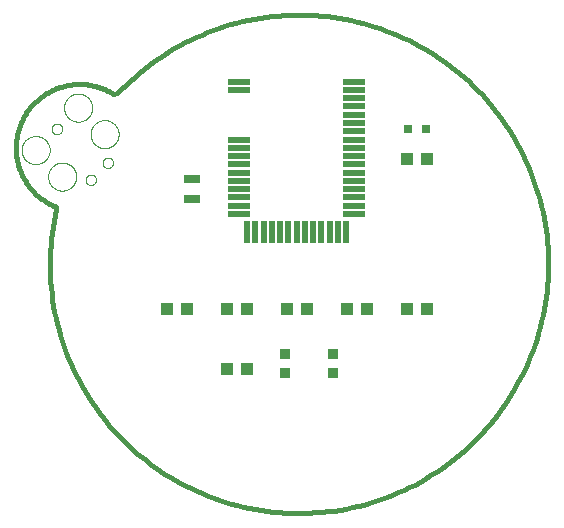
<source format=gtp>
G75*
%MOIN*%
%OFA0B0*%
%FSLAX25Y25*%
%IPPOS*%
%LPD*%
%AMOC8*
5,1,8,0,0,1.08239X$1,22.5*
%
%ADD10C,0.01600*%
%ADD11R,0.05512X0.02756*%
%ADD12R,0.04331X0.03937*%
%ADD13C,0.00000*%
%ADD14R,0.03150X0.03150*%
%ADD15R,0.03937X0.04331*%
%ADD16R,0.07283X0.01969*%
%ADD17R,0.01969X0.07283*%
%ADD18R,0.03543X0.03740*%
D10*
X0019468Y0104650D02*
X0019041Y0102662D01*
X0018664Y0100665D01*
X0018336Y0098658D01*
X0018056Y0096644D01*
X0017827Y0094624D01*
X0017646Y0092599D01*
X0017516Y0090570D01*
X0017435Y0088539D01*
X0017403Y0086506D01*
X0017422Y0084473D01*
X0017490Y0082441D01*
X0017608Y0080411D01*
X0017776Y0078385D01*
X0017993Y0076364D01*
X0018260Y0074348D01*
X0018576Y0072340D01*
X0018941Y0070339D01*
X0019355Y0068349D01*
X0019817Y0066369D01*
X0020328Y0064401D01*
X0020887Y0062446D01*
X0021493Y0060506D01*
X0022147Y0058581D01*
X0022848Y0056672D01*
X0023595Y0054781D01*
X0024389Y0052910D01*
X0025228Y0051058D01*
X0026112Y0049227D01*
X0027040Y0047418D01*
X0028013Y0045633D01*
X0029029Y0043872D01*
X0030088Y0042136D01*
X0031188Y0040427D01*
X0032331Y0038745D01*
X0033514Y0037092D01*
X0034738Y0035468D01*
X0036000Y0033875D01*
X0037302Y0032313D01*
X0038641Y0030783D01*
X0040017Y0029286D01*
X0041430Y0027824D01*
X0042878Y0026397D01*
X0044360Y0025005D01*
X0045876Y0023651D01*
X0047425Y0022334D01*
X0049006Y0021055D01*
X0050617Y0019815D01*
X0052258Y0018615D01*
X0053928Y0017456D01*
X0055626Y0016337D01*
X0057351Y0015261D01*
X0059102Y0014227D01*
X0060877Y0013237D01*
X0062676Y0012290D01*
X0064498Y0011388D01*
X0066342Y0010530D01*
X0068205Y0009718D01*
X0070089Y0008951D01*
X0071990Y0008231D01*
X0073908Y0007558D01*
X0075843Y0006932D01*
X0077792Y0006353D01*
X0079754Y0005823D01*
X0081729Y0005340D01*
X0083716Y0004906D01*
X0085712Y0004521D01*
X0087717Y0004185D01*
X0089730Y0003898D01*
X0091749Y0003660D01*
X0093773Y0003472D01*
X0095802Y0003333D01*
X0097833Y0003244D01*
X0099866Y0003205D01*
X0101899Y0003216D01*
X0103931Y0003276D01*
X0105961Y0003386D01*
X0107988Y0003546D01*
X0110010Y0003755D01*
X0112027Y0004014D01*
X0114036Y0004322D01*
X0116038Y0004679D01*
X0118030Y0005086D01*
X0120011Y0005540D01*
X0121981Y0006043D01*
X0123938Y0006595D01*
X0125881Y0007193D01*
X0127809Y0007840D01*
X0129720Y0008533D01*
X0131614Y0009273D01*
X0133489Y0010059D01*
X0135344Y0010891D01*
X0137178Y0011767D01*
X0138991Y0012689D01*
X0140780Y0013655D01*
X0142545Y0014664D01*
X0144285Y0015716D01*
X0145998Y0016810D01*
X0147684Y0017946D01*
X0149342Y0019123D01*
X0150971Y0020340D01*
X0152569Y0021596D01*
X0154136Y0022891D01*
X0155671Y0024225D01*
X0157173Y0025595D01*
X0158641Y0027002D01*
X0160074Y0028444D01*
X0161471Y0029921D01*
X0162831Y0031432D01*
X0164155Y0032976D01*
X0165440Y0034551D01*
X0166686Y0036158D01*
X0167892Y0037794D01*
X0169058Y0039460D01*
X0170183Y0041153D01*
X0171266Y0042874D01*
X0172306Y0044621D01*
X0173304Y0046392D01*
X0174258Y0048188D01*
X0175167Y0050006D01*
X0176032Y0051846D01*
X0176852Y0053707D01*
X0177625Y0055587D01*
X0178353Y0057485D01*
X0179034Y0059401D01*
X0179667Y0061333D01*
X0180254Y0063280D01*
X0180792Y0065240D01*
X0181282Y0067213D01*
X0181724Y0069198D01*
X0182117Y0071193D01*
X0182461Y0073196D01*
X0182756Y0075208D01*
X0183001Y0077226D01*
X0183198Y0079250D01*
X0183344Y0081278D01*
X0183441Y0083308D01*
X0183488Y0085341D01*
X0183485Y0087374D01*
X0183433Y0089406D01*
X0183331Y0091437D01*
X0183179Y0093464D01*
X0182977Y0095488D01*
X0182726Y0097505D01*
X0182426Y0099516D01*
X0182077Y0101519D01*
X0181679Y0103512D01*
X0181232Y0105496D01*
X0180736Y0107468D01*
X0180193Y0109427D01*
X0179601Y0111372D01*
X0178963Y0113302D01*
X0178277Y0115216D01*
X0177544Y0117113D01*
X0176766Y0118991D01*
X0175941Y0120849D01*
X0175072Y0122687D01*
X0174157Y0124503D01*
X0173199Y0126296D01*
X0172196Y0128065D01*
X0171151Y0129809D01*
X0170064Y0131526D01*
X0168934Y0133217D01*
X0167764Y0134879D01*
X0166553Y0136513D01*
X0165303Y0138116D01*
X0164014Y0139688D01*
X0162687Y0141228D01*
X0161322Y0142735D01*
X0159921Y0144209D01*
X0158484Y0145647D01*
X0157013Y0147050D01*
X0155507Y0148417D01*
X0153969Y0149746D01*
X0152399Y0151037D01*
X0150797Y0152289D01*
X0149165Y0153502D01*
X0147504Y0154675D01*
X0145815Y0155806D01*
X0144099Y0156896D01*
X0142356Y0157943D01*
X0140588Y0158948D01*
X0138797Y0159908D01*
X0136982Y0160825D01*
X0135145Y0161697D01*
X0133288Y0162524D01*
X0131411Y0163305D01*
X0129515Y0164040D01*
X0127602Y0164728D01*
X0125673Y0165369D01*
X0123728Y0165963D01*
X0121770Y0166509D01*
X0119799Y0167007D01*
X0117816Y0167457D01*
X0115823Y0167857D01*
X0113820Y0168209D01*
X0111810Y0168512D01*
X0109793Y0168766D01*
X0107770Y0168970D01*
X0105742Y0169124D01*
X0103712Y0169229D01*
X0101680Y0169284D01*
X0099647Y0169289D01*
X0097614Y0169245D01*
X0095583Y0169150D01*
X0093555Y0169006D01*
X0091531Y0168813D01*
X0089513Y0168570D01*
X0087501Y0168277D01*
X0085496Y0167936D01*
X0083501Y0167545D01*
X0081516Y0167106D01*
X0079542Y0166619D01*
X0077581Y0166083D01*
X0075634Y0165499D01*
X0073701Y0164868D01*
X0071784Y0164189D01*
X0069885Y0163464D01*
X0068004Y0162693D01*
X0066142Y0161876D01*
X0064301Y0161013D01*
X0062482Y0160106D01*
X0060685Y0159155D01*
X0058912Y0158159D01*
X0057164Y0157121D01*
X0055442Y0156040D01*
X0053747Y0154917D01*
X0052080Y0153754D01*
X0050442Y0152549D01*
X0048834Y0151305D01*
X0047257Y0150022D01*
X0045712Y0148701D01*
X0044199Y0147342D01*
X0042720Y0145947D01*
X0041276Y0144516D01*
X0039867Y0143050D01*
X0038868Y0142750D02*
X0038431Y0143027D01*
X0037987Y0143293D01*
X0037537Y0143548D01*
X0037081Y0143792D01*
X0036619Y0144025D01*
X0036152Y0144246D01*
X0035679Y0144456D01*
X0035202Y0144654D01*
X0034719Y0144841D01*
X0034233Y0145016D01*
X0033742Y0145179D01*
X0033247Y0145330D01*
X0032749Y0145469D01*
X0032247Y0145596D01*
X0031743Y0145710D01*
X0031236Y0145812D01*
X0030727Y0145902D01*
X0030215Y0145979D01*
X0029702Y0146044D01*
X0029188Y0146096D01*
X0028672Y0146136D01*
X0028156Y0146163D01*
X0027639Y0146177D01*
X0027121Y0146179D01*
X0026604Y0146169D01*
X0026088Y0146145D01*
X0025572Y0146109D01*
X0025057Y0146061D01*
X0024543Y0146000D01*
X0024031Y0145926D01*
X0023521Y0145840D01*
X0023014Y0145742D01*
X0022508Y0145631D01*
X0022006Y0145508D01*
X0021507Y0145373D01*
X0021011Y0145226D01*
X0020519Y0145066D01*
X0020031Y0144895D01*
X0019547Y0144712D01*
X0019068Y0144517D01*
X0018594Y0144311D01*
X0018125Y0144093D01*
X0017662Y0143863D01*
X0017204Y0143623D01*
X0016752Y0143371D01*
X0016306Y0143108D01*
X0015867Y0142835D01*
X0015435Y0142551D01*
X0015010Y0142256D01*
X0014592Y0141951D01*
X0014182Y0141637D01*
X0013779Y0141312D01*
X0013385Y0140977D01*
X0012999Y0140633D01*
X0012621Y0140280D01*
X0012252Y0139918D01*
X0011892Y0139546D01*
X0011541Y0139166D01*
X0011200Y0138778D01*
X0010868Y0138381D01*
X0010546Y0137977D01*
X0010233Y0137564D01*
X0009931Y0137144D01*
X0009640Y0136717D01*
X0009358Y0136283D01*
X0009088Y0135843D01*
X0008828Y0135395D01*
X0008579Y0134942D01*
X0008342Y0134483D01*
X0008115Y0134018D01*
X0007900Y0133547D01*
X0007697Y0133072D01*
X0007505Y0132591D01*
X0007325Y0132107D01*
X0007157Y0131617D01*
X0007001Y0131124D01*
X0006857Y0130628D01*
X0006725Y0130128D01*
X0006605Y0129625D01*
X0006498Y0129119D01*
X0006403Y0128610D01*
X0006320Y0128100D01*
X0006250Y0127587D01*
X0006192Y0127073D01*
X0006147Y0126558D01*
X0006114Y0126042D01*
X0006094Y0125525D01*
X0006087Y0125008D01*
X0006092Y0124491D01*
X0006110Y0123974D01*
X0006141Y0123458D01*
X0006184Y0122942D01*
X0006239Y0122428D01*
X0006307Y0121915D01*
X0006388Y0121405D01*
X0006481Y0120896D01*
X0006586Y0120389D01*
X0006704Y0119886D01*
X0006834Y0119385D01*
X0006976Y0118888D01*
X0007130Y0118394D01*
X0007296Y0117905D01*
X0007474Y0117419D01*
X0007664Y0116938D01*
X0007866Y0116462D01*
X0008079Y0115990D01*
X0008303Y0115524D01*
X0008539Y0115064D01*
X0008786Y0114610D01*
X0009044Y0114161D01*
X0009313Y0113719D01*
X0009592Y0113284D01*
X0009882Y0112856D01*
X0010183Y0112435D01*
X0010493Y0112021D01*
X0010814Y0111616D01*
X0011144Y0111218D01*
X0011484Y0110828D01*
X0011833Y0110446D01*
X0012192Y0110074D01*
X0012559Y0109710D01*
X0012935Y0109355D01*
X0013320Y0109009D01*
X0013713Y0108673D01*
X0014114Y0108347D01*
X0014523Y0108030D01*
X0014940Y0107724D01*
X0015364Y0107428D01*
X0015795Y0107142D01*
X0016233Y0106867D01*
X0016677Y0106602D01*
X0017128Y0106349D01*
X0017585Y0106106D01*
X0018048Y0105875D01*
X0018516Y0105655D01*
X0018989Y0105447D01*
X0019467Y0105250D01*
D11*
X0064768Y0107904D03*
X0064768Y0114596D03*
D12*
X0063114Y0071250D03*
X0056421Y0071250D03*
X0076421Y0071250D03*
X0083114Y0071250D03*
X0096421Y0071250D03*
X0103114Y0071250D03*
X0116421Y0071250D03*
X0123114Y0071250D03*
X0136421Y0071250D03*
X0143114Y0071250D03*
D13*
X0034988Y0119936D02*
X0034990Y0120019D01*
X0034996Y0120102D01*
X0035006Y0120185D01*
X0035020Y0120267D01*
X0035037Y0120349D01*
X0035059Y0120429D01*
X0035084Y0120508D01*
X0035113Y0120586D01*
X0035146Y0120663D01*
X0035183Y0120738D01*
X0035222Y0120811D01*
X0035266Y0120882D01*
X0035312Y0120951D01*
X0035362Y0121018D01*
X0035415Y0121082D01*
X0035471Y0121144D01*
X0035530Y0121203D01*
X0035592Y0121259D01*
X0035656Y0121312D01*
X0035723Y0121362D01*
X0035792Y0121408D01*
X0035863Y0121452D01*
X0035936Y0121491D01*
X0036011Y0121528D01*
X0036088Y0121561D01*
X0036166Y0121590D01*
X0036245Y0121615D01*
X0036325Y0121637D01*
X0036407Y0121654D01*
X0036489Y0121668D01*
X0036572Y0121678D01*
X0036655Y0121684D01*
X0036738Y0121686D01*
X0036821Y0121684D01*
X0036904Y0121678D01*
X0036987Y0121668D01*
X0037069Y0121654D01*
X0037151Y0121637D01*
X0037231Y0121615D01*
X0037310Y0121590D01*
X0037388Y0121561D01*
X0037465Y0121528D01*
X0037540Y0121491D01*
X0037613Y0121452D01*
X0037684Y0121408D01*
X0037753Y0121362D01*
X0037820Y0121312D01*
X0037884Y0121259D01*
X0037946Y0121203D01*
X0038005Y0121144D01*
X0038061Y0121082D01*
X0038114Y0121018D01*
X0038164Y0120951D01*
X0038210Y0120882D01*
X0038254Y0120811D01*
X0038293Y0120738D01*
X0038330Y0120663D01*
X0038363Y0120586D01*
X0038392Y0120508D01*
X0038417Y0120429D01*
X0038439Y0120349D01*
X0038456Y0120267D01*
X0038470Y0120185D01*
X0038480Y0120102D01*
X0038486Y0120019D01*
X0038488Y0119936D01*
X0038486Y0119853D01*
X0038480Y0119770D01*
X0038470Y0119687D01*
X0038456Y0119605D01*
X0038439Y0119523D01*
X0038417Y0119443D01*
X0038392Y0119364D01*
X0038363Y0119286D01*
X0038330Y0119209D01*
X0038293Y0119134D01*
X0038254Y0119061D01*
X0038210Y0118990D01*
X0038164Y0118921D01*
X0038114Y0118854D01*
X0038061Y0118790D01*
X0038005Y0118728D01*
X0037946Y0118669D01*
X0037884Y0118613D01*
X0037820Y0118560D01*
X0037753Y0118510D01*
X0037684Y0118464D01*
X0037613Y0118420D01*
X0037540Y0118381D01*
X0037465Y0118344D01*
X0037388Y0118311D01*
X0037310Y0118282D01*
X0037231Y0118257D01*
X0037151Y0118235D01*
X0037069Y0118218D01*
X0036987Y0118204D01*
X0036904Y0118194D01*
X0036821Y0118188D01*
X0036738Y0118186D01*
X0036655Y0118188D01*
X0036572Y0118194D01*
X0036489Y0118204D01*
X0036407Y0118218D01*
X0036325Y0118235D01*
X0036245Y0118257D01*
X0036166Y0118282D01*
X0036088Y0118311D01*
X0036011Y0118344D01*
X0035936Y0118381D01*
X0035863Y0118420D01*
X0035792Y0118464D01*
X0035723Y0118510D01*
X0035656Y0118560D01*
X0035592Y0118613D01*
X0035530Y0118669D01*
X0035471Y0118728D01*
X0035415Y0118790D01*
X0035362Y0118854D01*
X0035312Y0118921D01*
X0035266Y0118990D01*
X0035222Y0119061D01*
X0035183Y0119134D01*
X0035146Y0119209D01*
X0035113Y0119286D01*
X0035084Y0119364D01*
X0035059Y0119443D01*
X0035037Y0119523D01*
X0035020Y0119605D01*
X0035006Y0119687D01*
X0034996Y0119770D01*
X0034990Y0119853D01*
X0034988Y0119936D01*
X0029331Y0114279D02*
X0029333Y0114362D01*
X0029339Y0114445D01*
X0029349Y0114528D01*
X0029363Y0114610D01*
X0029380Y0114692D01*
X0029402Y0114772D01*
X0029427Y0114851D01*
X0029456Y0114929D01*
X0029489Y0115006D01*
X0029526Y0115081D01*
X0029565Y0115154D01*
X0029609Y0115225D01*
X0029655Y0115294D01*
X0029705Y0115361D01*
X0029758Y0115425D01*
X0029814Y0115487D01*
X0029873Y0115546D01*
X0029935Y0115602D01*
X0029999Y0115655D01*
X0030066Y0115705D01*
X0030135Y0115751D01*
X0030206Y0115795D01*
X0030279Y0115834D01*
X0030354Y0115871D01*
X0030431Y0115904D01*
X0030509Y0115933D01*
X0030588Y0115958D01*
X0030668Y0115980D01*
X0030750Y0115997D01*
X0030832Y0116011D01*
X0030915Y0116021D01*
X0030998Y0116027D01*
X0031081Y0116029D01*
X0031164Y0116027D01*
X0031247Y0116021D01*
X0031330Y0116011D01*
X0031412Y0115997D01*
X0031494Y0115980D01*
X0031574Y0115958D01*
X0031653Y0115933D01*
X0031731Y0115904D01*
X0031808Y0115871D01*
X0031883Y0115834D01*
X0031956Y0115795D01*
X0032027Y0115751D01*
X0032096Y0115705D01*
X0032163Y0115655D01*
X0032227Y0115602D01*
X0032289Y0115546D01*
X0032348Y0115487D01*
X0032404Y0115425D01*
X0032457Y0115361D01*
X0032507Y0115294D01*
X0032553Y0115225D01*
X0032597Y0115154D01*
X0032636Y0115081D01*
X0032673Y0115006D01*
X0032706Y0114929D01*
X0032735Y0114851D01*
X0032760Y0114772D01*
X0032782Y0114692D01*
X0032799Y0114610D01*
X0032813Y0114528D01*
X0032823Y0114445D01*
X0032829Y0114362D01*
X0032831Y0114279D01*
X0032829Y0114196D01*
X0032823Y0114113D01*
X0032813Y0114030D01*
X0032799Y0113948D01*
X0032782Y0113866D01*
X0032760Y0113786D01*
X0032735Y0113707D01*
X0032706Y0113629D01*
X0032673Y0113552D01*
X0032636Y0113477D01*
X0032597Y0113404D01*
X0032553Y0113333D01*
X0032507Y0113264D01*
X0032457Y0113197D01*
X0032404Y0113133D01*
X0032348Y0113071D01*
X0032289Y0113012D01*
X0032227Y0112956D01*
X0032163Y0112903D01*
X0032096Y0112853D01*
X0032027Y0112807D01*
X0031956Y0112763D01*
X0031883Y0112724D01*
X0031808Y0112687D01*
X0031731Y0112654D01*
X0031653Y0112625D01*
X0031574Y0112600D01*
X0031494Y0112578D01*
X0031412Y0112561D01*
X0031330Y0112547D01*
X0031247Y0112537D01*
X0031164Y0112531D01*
X0031081Y0112529D01*
X0030998Y0112531D01*
X0030915Y0112537D01*
X0030832Y0112547D01*
X0030750Y0112561D01*
X0030668Y0112578D01*
X0030588Y0112600D01*
X0030509Y0112625D01*
X0030431Y0112654D01*
X0030354Y0112687D01*
X0030279Y0112724D01*
X0030206Y0112763D01*
X0030135Y0112807D01*
X0030066Y0112853D01*
X0029999Y0112903D01*
X0029935Y0112956D01*
X0029873Y0113012D01*
X0029814Y0113071D01*
X0029758Y0113133D01*
X0029705Y0113197D01*
X0029655Y0113264D01*
X0029609Y0113333D01*
X0029565Y0113404D01*
X0029526Y0113477D01*
X0029489Y0113552D01*
X0029456Y0113629D01*
X0029427Y0113707D01*
X0029402Y0113786D01*
X0029380Y0113866D01*
X0029363Y0113948D01*
X0029349Y0114030D01*
X0029339Y0114113D01*
X0029333Y0114196D01*
X0029331Y0114279D01*
X0016860Y0115340D02*
X0016862Y0115477D01*
X0016868Y0115613D01*
X0016878Y0115749D01*
X0016892Y0115885D01*
X0016910Y0116021D01*
X0016932Y0116156D01*
X0016957Y0116290D01*
X0016987Y0116423D01*
X0017021Y0116555D01*
X0017058Y0116687D01*
X0017099Y0116817D01*
X0017145Y0116946D01*
X0017193Y0117074D01*
X0017246Y0117200D01*
X0017302Y0117324D01*
X0017362Y0117447D01*
X0017425Y0117568D01*
X0017492Y0117687D01*
X0017562Y0117804D01*
X0017636Y0117920D01*
X0017713Y0118032D01*
X0017793Y0118143D01*
X0017877Y0118251D01*
X0017964Y0118357D01*
X0018053Y0118460D01*
X0018146Y0118560D01*
X0018241Y0118658D01*
X0018340Y0118753D01*
X0018441Y0118845D01*
X0018545Y0118933D01*
X0018651Y0119019D01*
X0018760Y0119102D01*
X0018871Y0119181D01*
X0018984Y0119258D01*
X0019100Y0119331D01*
X0019217Y0119400D01*
X0019337Y0119466D01*
X0019458Y0119528D01*
X0019582Y0119587D01*
X0019707Y0119643D01*
X0019833Y0119694D01*
X0019961Y0119742D01*
X0020090Y0119786D01*
X0020221Y0119827D01*
X0020353Y0119863D01*
X0020485Y0119896D01*
X0020619Y0119924D01*
X0020753Y0119949D01*
X0020888Y0119970D01*
X0021024Y0119987D01*
X0021160Y0120000D01*
X0021296Y0120009D01*
X0021433Y0120014D01*
X0021569Y0120015D01*
X0021706Y0120012D01*
X0021842Y0120005D01*
X0021978Y0119994D01*
X0022114Y0119979D01*
X0022249Y0119960D01*
X0022384Y0119937D01*
X0022518Y0119910D01*
X0022651Y0119880D01*
X0022783Y0119845D01*
X0022915Y0119807D01*
X0023044Y0119765D01*
X0023173Y0119719D01*
X0023300Y0119669D01*
X0023426Y0119615D01*
X0023550Y0119558D01*
X0023673Y0119498D01*
X0023793Y0119433D01*
X0023912Y0119366D01*
X0024028Y0119295D01*
X0024143Y0119220D01*
X0024255Y0119142D01*
X0024365Y0119061D01*
X0024473Y0118977D01*
X0024578Y0118889D01*
X0024680Y0118799D01*
X0024780Y0118706D01*
X0024877Y0118609D01*
X0024971Y0118510D01*
X0025062Y0118409D01*
X0025150Y0118304D01*
X0025235Y0118197D01*
X0025317Y0118088D01*
X0025396Y0117976D01*
X0025471Y0117862D01*
X0025543Y0117746D01*
X0025612Y0117628D01*
X0025677Y0117508D01*
X0025739Y0117386D01*
X0025797Y0117262D01*
X0025851Y0117137D01*
X0025902Y0117010D01*
X0025948Y0116882D01*
X0025992Y0116752D01*
X0026031Y0116621D01*
X0026067Y0116489D01*
X0026098Y0116356D01*
X0026126Y0116223D01*
X0026150Y0116088D01*
X0026170Y0115953D01*
X0026186Y0115817D01*
X0026198Y0115681D01*
X0026206Y0115545D01*
X0026210Y0115408D01*
X0026210Y0115272D01*
X0026206Y0115135D01*
X0026198Y0114999D01*
X0026186Y0114863D01*
X0026170Y0114727D01*
X0026150Y0114592D01*
X0026126Y0114457D01*
X0026098Y0114324D01*
X0026067Y0114191D01*
X0026031Y0114059D01*
X0025992Y0113928D01*
X0025948Y0113798D01*
X0025902Y0113670D01*
X0025851Y0113543D01*
X0025797Y0113418D01*
X0025739Y0113294D01*
X0025677Y0113172D01*
X0025612Y0113052D01*
X0025543Y0112934D01*
X0025471Y0112818D01*
X0025396Y0112704D01*
X0025317Y0112592D01*
X0025235Y0112483D01*
X0025150Y0112376D01*
X0025062Y0112271D01*
X0024971Y0112170D01*
X0024877Y0112071D01*
X0024780Y0111974D01*
X0024680Y0111881D01*
X0024578Y0111791D01*
X0024473Y0111703D01*
X0024365Y0111619D01*
X0024255Y0111538D01*
X0024143Y0111460D01*
X0024028Y0111385D01*
X0023912Y0111314D01*
X0023793Y0111247D01*
X0023673Y0111182D01*
X0023550Y0111122D01*
X0023426Y0111065D01*
X0023300Y0111011D01*
X0023173Y0110961D01*
X0023044Y0110915D01*
X0022915Y0110873D01*
X0022783Y0110835D01*
X0022651Y0110800D01*
X0022518Y0110770D01*
X0022384Y0110743D01*
X0022249Y0110720D01*
X0022114Y0110701D01*
X0021978Y0110686D01*
X0021842Y0110675D01*
X0021706Y0110668D01*
X0021569Y0110665D01*
X0021433Y0110666D01*
X0021296Y0110671D01*
X0021160Y0110680D01*
X0021024Y0110693D01*
X0020888Y0110710D01*
X0020753Y0110731D01*
X0020619Y0110756D01*
X0020485Y0110784D01*
X0020353Y0110817D01*
X0020221Y0110853D01*
X0020090Y0110894D01*
X0019961Y0110938D01*
X0019833Y0110986D01*
X0019707Y0111037D01*
X0019582Y0111093D01*
X0019458Y0111152D01*
X0019337Y0111214D01*
X0019217Y0111280D01*
X0019100Y0111349D01*
X0018984Y0111422D01*
X0018871Y0111499D01*
X0018760Y0111578D01*
X0018651Y0111661D01*
X0018545Y0111747D01*
X0018441Y0111835D01*
X0018340Y0111927D01*
X0018241Y0112022D01*
X0018146Y0112120D01*
X0018053Y0112220D01*
X0017964Y0112323D01*
X0017877Y0112429D01*
X0017793Y0112537D01*
X0017713Y0112648D01*
X0017636Y0112760D01*
X0017562Y0112876D01*
X0017492Y0112993D01*
X0017425Y0113112D01*
X0017362Y0113233D01*
X0017302Y0113356D01*
X0017246Y0113480D01*
X0017193Y0113606D01*
X0017145Y0113734D01*
X0017099Y0113863D01*
X0017058Y0113993D01*
X0017021Y0114125D01*
X0016987Y0114257D01*
X0016957Y0114390D01*
X0016932Y0114524D01*
X0016910Y0114659D01*
X0016892Y0114795D01*
X0016878Y0114931D01*
X0016868Y0115067D01*
X0016862Y0115203D01*
X0016860Y0115340D01*
X0008022Y0124179D02*
X0008024Y0124316D01*
X0008030Y0124452D01*
X0008040Y0124588D01*
X0008054Y0124724D01*
X0008072Y0124860D01*
X0008094Y0124995D01*
X0008119Y0125129D01*
X0008149Y0125262D01*
X0008183Y0125394D01*
X0008220Y0125526D01*
X0008261Y0125656D01*
X0008307Y0125785D01*
X0008355Y0125913D01*
X0008408Y0126039D01*
X0008464Y0126163D01*
X0008524Y0126286D01*
X0008587Y0126407D01*
X0008654Y0126526D01*
X0008724Y0126643D01*
X0008798Y0126759D01*
X0008875Y0126871D01*
X0008955Y0126982D01*
X0009039Y0127090D01*
X0009126Y0127196D01*
X0009215Y0127299D01*
X0009308Y0127399D01*
X0009403Y0127497D01*
X0009502Y0127592D01*
X0009603Y0127684D01*
X0009707Y0127772D01*
X0009813Y0127858D01*
X0009922Y0127941D01*
X0010033Y0128020D01*
X0010146Y0128097D01*
X0010262Y0128170D01*
X0010379Y0128239D01*
X0010499Y0128305D01*
X0010620Y0128367D01*
X0010744Y0128426D01*
X0010869Y0128482D01*
X0010995Y0128533D01*
X0011123Y0128581D01*
X0011252Y0128625D01*
X0011383Y0128666D01*
X0011515Y0128702D01*
X0011647Y0128735D01*
X0011781Y0128763D01*
X0011915Y0128788D01*
X0012050Y0128809D01*
X0012186Y0128826D01*
X0012322Y0128839D01*
X0012458Y0128848D01*
X0012595Y0128853D01*
X0012731Y0128854D01*
X0012868Y0128851D01*
X0013004Y0128844D01*
X0013140Y0128833D01*
X0013276Y0128818D01*
X0013411Y0128799D01*
X0013546Y0128776D01*
X0013680Y0128749D01*
X0013813Y0128719D01*
X0013945Y0128684D01*
X0014077Y0128646D01*
X0014206Y0128604D01*
X0014335Y0128558D01*
X0014462Y0128508D01*
X0014588Y0128454D01*
X0014712Y0128397D01*
X0014835Y0128337D01*
X0014955Y0128272D01*
X0015074Y0128205D01*
X0015190Y0128134D01*
X0015305Y0128059D01*
X0015417Y0127981D01*
X0015527Y0127900D01*
X0015635Y0127816D01*
X0015740Y0127728D01*
X0015842Y0127638D01*
X0015942Y0127545D01*
X0016039Y0127448D01*
X0016133Y0127349D01*
X0016224Y0127248D01*
X0016312Y0127143D01*
X0016397Y0127036D01*
X0016479Y0126927D01*
X0016558Y0126815D01*
X0016633Y0126701D01*
X0016705Y0126585D01*
X0016774Y0126467D01*
X0016839Y0126347D01*
X0016901Y0126225D01*
X0016959Y0126101D01*
X0017013Y0125976D01*
X0017064Y0125849D01*
X0017110Y0125721D01*
X0017154Y0125591D01*
X0017193Y0125460D01*
X0017229Y0125328D01*
X0017260Y0125195D01*
X0017288Y0125062D01*
X0017312Y0124927D01*
X0017332Y0124792D01*
X0017348Y0124656D01*
X0017360Y0124520D01*
X0017368Y0124384D01*
X0017372Y0124247D01*
X0017372Y0124111D01*
X0017368Y0123974D01*
X0017360Y0123838D01*
X0017348Y0123702D01*
X0017332Y0123566D01*
X0017312Y0123431D01*
X0017288Y0123296D01*
X0017260Y0123163D01*
X0017229Y0123030D01*
X0017193Y0122898D01*
X0017154Y0122767D01*
X0017110Y0122637D01*
X0017064Y0122509D01*
X0017013Y0122382D01*
X0016959Y0122257D01*
X0016901Y0122133D01*
X0016839Y0122011D01*
X0016774Y0121891D01*
X0016705Y0121773D01*
X0016633Y0121657D01*
X0016558Y0121543D01*
X0016479Y0121431D01*
X0016397Y0121322D01*
X0016312Y0121215D01*
X0016224Y0121110D01*
X0016133Y0121009D01*
X0016039Y0120910D01*
X0015942Y0120813D01*
X0015842Y0120720D01*
X0015740Y0120630D01*
X0015635Y0120542D01*
X0015527Y0120458D01*
X0015417Y0120377D01*
X0015305Y0120299D01*
X0015190Y0120224D01*
X0015074Y0120153D01*
X0014955Y0120086D01*
X0014835Y0120021D01*
X0014712Y0119961D01*
X0014588Y0119904D01*
X0014462Y0119850D01*
X0014335Y0119800D01*
X0014206Y0119754D01*
X0014077Y0119712D01*
X0013945Y0119674D01*
X0013813Y0119639D01*
X0013680Y0119609D01*
X0013546Y0119582D01*
X0013411Y0119559D01*
X0013276Y0119540D01*
X0013140Y0119525D01*
X0013004Y0119514D01*
X0012868Y0119507D01*
X0012731Y0119504D01*
X0012595Y0119505D01*
X0012458Y0119510D01*
X0012322Y0119519D01*
X0012186Y0119532D01*
X0012050Y0119549D01*
X0011915Y0119570D01*
X0011781Y0119595D01*
X0011647Y0119623D01*
X0011515Y0119656D01*
X0011383Y0119692D01*
X0011252Y0119733D01*
X0011123Y0119777D01*
X0010995Y0119825D01*
X0010869Y0119876D01*
X0010744Y0119932D01*
X0010620Y0119991D01*
X0010499Y0120053D01*
X0010379Y0120119D01*
X0010262Y0120188D01*
X0010146Y0120261D01*
X0010033Y0120338D01*
X0009922Y0120417D01*
X0009813Y0120500D01*
X0009707Y0120586D01*
X0009603Y0120674D01*
X0009502Y0120766D01*
X0009403Y0120861D01*
X0009308Y0120959D01*
X0009215Y0121059D01*
X0009126Y0121162D01*
X0009039Y0121268D01*
X0008955Y0121376D01*
X0008875Y0121487D01*
X0008798Y0121599D01*
X0008724Y0121715D01*
X0008654Y0121832D01*
X0008587Y0121951D01*
X0008524Y0122072D01*
X0008464Y0122195D01*
X0008408Y0122319D01*
X0008355Y0122445D01*
X0008307Y0122573D01*
X0008261Y0122702D01*
X0008220Y0122832D01*
X0008183Y0122964D01*
X0008149Y0123096D01*
X0008119Y0123229D01*
X0008094Y0123363D01*
X0008072Y0123498D01*
X0008054Y0123634D01*
X0008040Y0123770D01*
X0008030Y0123906D01*
X0008024Y0124042D01*
X0008022Y0124179D01*
X0018018Y0131250D02*
X0018020Y0131333D01*
X0018026Y0131416D01*
X0018036Y0131499D01*
X0018050Y0131581D01*
X0018067Y0131663D01*
X0018089Y0131743D01*
X0018114Y0131822D01*
X0018143Y0131900D01*
X0018176Y0131977D01*
X0018213Y0132052D01*
X0018252Y0132125D01*
X0018296Y0132196D01*
X0018342Y0132265D01*
X0018392Y0132332D01*
X0018445Y0132396D01*
X0018501Y0132458D01*
X0018560Y0132517D01*
X0018622Y0132573D01*
X0018686Y0132626D01*
X0018753Y0132676D01*
X0018822Y0132722D01*
X0018893Y0132766D01*
X0018966Y0132805D01*
X0019041Y0132842D01*
X0019118Y0132875D01*
X0019196Y0132904D01*
X0019275Y0132929D01*
X0019355Y0132951D01*
X0019437Y0132968D01*
X0019519Y0132982D01*
X0019602Y0132992D01*
X0019685Y0132998D01*
X0019768Y0133000D01*
X0019851Y0132998D01*
X0019934Y0132992D01*
X0020017Y0132982D01*
X0020099Y0132968D01*
X0020181Y0132951D01*
X0020261Y0132929D01*
X0020340Y0132904D01*
X0020418Y0132875D01*
X0020495Y0132842D01*
X0020570Y0132805D01*
X0020643Y0132766D01*
X0020714Y0132722D01*
X0020783Y0132676D01*
X0020850Y0132626D01*
X0020914Y0132573D01*
X0020976Y0132517D01*
X0021035Y0132458D01*
X0021091Y0132396D01*
X0021144Y0132332D01*
X0021194Y0132265D01*
X0021240Y0132196D01*
X0021284Y0132125D01*
X0021323Y0132052D01*
X0021360Y0131977D01*
X0021393Y0131900D01*
X0021422Y0131822D01*
X0021447Y0131743D01*
X0021469Y0131663D01*
X0021486Y0131581D01*
X0021500Y0131499D01*
X0021510Y0131416D01*
X0021516Y0131333D01*
X0021518Y0131250D01*
X0021516Y0131167D01*
X0021510Y0131084D01*
X0021500Y0131001D01*
X0021486Y0130919D01*
X0021469Y0130837D01*
X0021447Y0130757D01*
X0021422Y0130678D01*
X0021393Y0130600D01*
X0021360Y0130523D01*
X0021323Y0130448D01*
X0021284Y0130375D01*
X0021240Y0130304D01*
X0021194Y0130235D01*
X0021144Y0130168D01*
X0021091Y0130104D01*
X0021035Y0130042D01*
X0020976Y0129983D01*
X0020914Y0129927D01*
X0020850Y0129874D01*
X0020783Y0129824D01*
X0020714Y0129778D01*
X0020643Y0129734D01*
X0020570Y0129695D01*
X0020495Y0129658D01*
X0020418Y0129625D01*
X0020340Y0129596D01*
X0020261Y0129571D01*
X0020181Y0129549D01*
X0020099Y0129532D01*
X0020017Y0129518D01*
X0019934Y0129508D01*
X0019851Y0129502D01*
X0019768Y0129500D01*
X0019685Y0129502D01*
X0019602Y0129508D01*
X0019519Y0129518D01*
X0019437Y0129532D01*
X0019355Y0129549D01*
X0019275Y0129571D01*
X0019196Y0129596D01*
X0019118Y0129625D01*
X0019041Y0129658D01*
X0018966Y0129695D01*
X0018893Y0129734D01*
X0018822Y0129778D01*
X0018753Y0129824D01*
X0018686Y0129874D01*
X0018622Y0129927D01*
X0018560Y0129983D01*
X0018501Y0130042D01*
X0018445Y0130104D01*
X0018392Y0130168D01*
X0018342Y0130235D01*
X0018296Y0130304D01*
X0018252Y0130375D01*
X0018213Y0130448D01*
X0018176Y0130523D01*
X0018143Y0130600D01*
X0018114Y0130678D01*
X0018089Y0130757D01*
X0018067Y0130837D01*
X0018050Y0130919D01*
X0018036Y0131001D01*
X0018026Y0131084D01*
X0018020Y0131167D01*
X0018018Y0131250D01*
X0022164Y0138321D02*
X0022166Y0138458D01*
X0022172Y0138594D01*
X0022182Y0138730D01*
X0022196Y0138866D01*
X0022214Y0139002D01*
X0022236Y0139137D01*
X0022261Y0139271D01*
X0022291Y0139404D01*
X0022325Y0139536D01*
X0022362Y0139668D01*
X0022403Y0139798D01*
X0022449Y0139927D01*
X0022497Y0140055D01*
X0022550Y0140181D01*
X0022606Y0140305D01*
X0022666Y0140428D01*
X0022729Y0140549D01*
X0022796Y0140668D01*
X0022866Y0140785D01*
X0022940Y0140901D01*
X0023017Y0141013D01*
X0023097Y0141124D01*
X0023181Y0141232D01*
X0023268Y0141338D01*
X0023357Y0141441D01*
X0023450Y0141541D01*
X0023545Y0141639D01*
X0023644Y0141734D01*
X0023745Y0141826D01*
X0023849Y0141914D01*
X0023955Y0142000D01*
X0024064Y0142083D01*
X0024175Y0142162D01*
X0024288Y0142239D01*
X0024404Y0142312D01*
X0024521Y0142381D01*
X0024641Y0142447D01*
X0024762Y0142509D01*
X0024886Y0142568D01*
X0025011Y0142624D01*
X0025137Y0142675D01*
X0025265Y0142723D01*
X0025394Y0142767D01*
X0025525Y0142808D01*
X0025657Y0142844D01*
X0025789Y0142877D01*
X0025923Y0142905D01*
X0026057Y0142930D01*
X0026192Y0142951D01*
X0026328Y0142968D01*
X0026464Y0142981D01*
X0026600Y0142990D01*
X0026737Y0142995D01*
X0026873Y0142996D01*
X0027010Y0142993D01*
X0027146Y0142986D01*
X0027282Y0142975D01*
X0027418Y0142960D01*
X0027553Y0142941D01*
X0027688Y0142918D01*
X0027822Y0142891D01*
X0027955Y0142861D01*
X0028087Y0142826D01*
X0028219Y0142788D01*
X0028348Y0142746D01*
X0028477Y0142700D01*
X0028604Y0142650D01*
X0028730Y0142596D01*
X0028854Y0142539D01*
X0028977Y0142479D01*
X0029097Y0142414D01*
X0029216Y0142347D01*
X0029332Y0142276D01*
X0029447Y0142201D01*
X0029559Y0142123D01*
X0029669Y0142042D01*
X0029777Y0141958D01*
X0029882Y0141870D01*
X0029984Y0141780D01*
X0030084Y0141687D01*
X0030181Y0141590D01*
X0030275Y0141491D01*
X0030366Y0141390D01*
X0030454Y0141285D01*
X0030539Y0141178D01*
X0030621Y0141069D01*
X0030700Y0140957D01*
X0030775Y0140843D01*
X0030847Y0140727D01*
X0030916Y0140609D01*
X0030981Y0140489D01*
X0031043Y0140367D01*
X0031101Y0140243D01*
X0031155Y0140118D01*
X0031206Y0139991D01*
X0031252Y0139863D01*
X0031296Y0139733D01*
X0031335Y0139602D01*
X0031371Y0139470D01*
X0031402Y0139337D01*
X0031430Y0139204D01*
X0031454Y0139069D01*
X0031474Y0138934D01*
X0031490Y0138798D01*
X0031502Y0138662D01*
X0031510Y0138526D01*
X0031514Y0138389D01*
X0031514Y0138253D01*
X0031510Y0138116D01*
X0031502Y0137980D01*
X0031490Y0137844D01*
X0031474Y0137708D01*
X0031454Y0137573D01*
X0031430Y0137438D01*
X0031402Y0137305D01*
X0031371Y0137172D01*
X0031335Y0137040D01*
X0031296Y0136909D01*
X0031252Y0136779D01*
X0031206Y0136651D01*
X0031155Y0136524D01*
X0031101Y0136399D01*
X0031043Y0136275D01*
X0030981Y0136153D01*
X0030916Y0136033D01*
X0030847Y0135915D01*
X0030775Y0135799D01*
X0030700Y0135685D01*
X0030621Y0135573D01*
X0030539Y0135464D01*
X0030454Y0135357D01*
X0030366Y0135252D01*
X0030275Y0135151D01*
X0030181Y0135052D01*
X0030084Y0134955D01*
X0029984Y0134862D01*
X0029882Y0134772D01*
X0029777Y0134684D01*
X0029669Y0134600D01*
X0029559Y0134519D01*
X0029447Y0134441D01*
X0029332Y0134366D01*
X0029216Y0134295D01*
X0029097Y0134228D01*
X0028977Y0134163D01*
X0028854Y0134103D01*
X0028730Y0134046D01*
X0028604Y0133992D01*
X0028477Y0133942D01*
X0028348Y0133896D01*
X0028219Y0133854D01*
X0028087Y0133816D01*
X0027955Y0133781D01*
X0027822Y0133751D01*
X0027688Y0133724D01*
X0027553Y0133701D01*
X0027418Y0133682D01*
X0027282Y0133667D01*
X0027146Y0133656D01*
X0027010Y0133649D01*
X0026873Y0133646D01*
X0026737Y0133647D01*
X0026600Y0133652D01*
X0026464Y0133661D01*
X0026328Y0133674D01*
X0026192Y0133691D01*
X0026057Y0133712D01*
X0025923Y0133737D01*
X0025789Y0133765D01*
X0025657Y0133798D01*
X0025525Y0133834D01*
X0025394Y0133875D01*
X0025265Y0133919D01*
X0025137Y0133967D01*
X0025011Y0134018D01*
X0024886Y0134074D01*
X0024762Y0134133D01*
X0024641Y0134195D01*
X0024521Y0134261D01*
X0024404Y0134330D01*
X0024288Y0134403D01*
X0024175Y0134480D01*
X0024064Y0134559D01*
X0023955Y0134642D01*
X0023849Y0134728D01*
X0023745Y0134816D01*
X0023644Y0134908D01*
X0023545Y0135003D01*
X0023450Y0135101D01*
X0023357Y0135201D01*
X0023268Y0135304D01*
X0023181Y0135410D01*
X0023097Y0135518D01*
X0023017Y0135629D01*
X0022940Y0135741D01*
X0022866Y0135857D01*
X0022796Y0135974D01*
X0022729Y0136093D01*
X0022666Y0136214D01*
X0022606Y0136337D01*
X0022550Y0136461D01*
X0022497Y0136587D01*
X0022449Y0136715D01*
X0022403Y0136844D01*
X0022362Y0136974D01*
X0022325Y0137106D01*
X0022291Y0137238D01*
X0022261Y0137371D01*
X0022236Y0137505D01*
X0022214Y0137640D01*
X0022196Y0137776D01*
X0022182Y0137912D01*
X0022172Y0138048D01*
X0022166Y0138184D01*
X0022164Y0138321D01*
X0031003Y0129482D02*
X0031005Y0129619D01*
X0031011Y0129755D01*
X0031021Y0129891D01*
X0031035Y0130027D01*
X0031053Y0130163D01*
X0031075Y0130298D01*
X0031100Y0130432D01*
X0031130Y0130565D01*
X0031164Y0130697D01*
X0031201Y0130829D01*
X0031242Y0130959D01*
X0031288Y0131088D01*
X0031336Y0131216D01*
X0031389Y0131342D01*
X0031445Y0131466D01*
X0031505Y0131589D01*
X0031568Y0131710D01*
X0031635Y0131829D01*
X0031705Y0131946D01*
X0031779Y0132062D01*
X0031856Y0132174D01*
X0031936Y0132285D01*
X0032020Y0132393D01*
X0032107Y0132499D01*
X0032196Y0132602D01*
X0032289Y0132702D01*
X0032384Y0132800D01*
X0032483Y0132895D01*
X0032584Y0132987D01*
X0032688Y0133075D01*
X0032794Y0133161D01*
X0032903Y0133244D01*
X0033014Y0133323D01*
X0033127Y0133400D01*
X0033243Y0133473D01*
X0033360Y0133542D01*
X0033480Y0133608D01*
X0033601Y0133670D01*
X0033725Y0133729D01*
X0033850Y0133785D01*
X0033976Y0133836D01*
X0034104Y0133884D01*
X0034233Y0133928D01*
X0034364Y0133969D01*
X0034496Y0134005D01*
X0034628Y0134038D01*
X0034762Y0134066D01*
X0034896Y0134091D01*
X0035031Y0134112D01*
X0035167Y0134129D01*
X0035303Y0134142D01*
X0035439Y0134151D01*
X0035576Y0134156D01*
X0035712Y0134157D01*
X0035849Y0134154D01*
X0035985Y0134147D01*
X0036121Y0134136D01*
X0036257Y0134121D01*
X0036392Y0134102D01*
X0036527Y0134079D01*
X0036661Y0134052D01*
X0036794Y0134022D01*
X0036926Y0133987D01*
X0037058Y0133949D01*
X0037187Y0133907D01*
X0037316Y0133861D01*
X0037443Y0133811D01*
X0037569Y0133757D01*
X0037693Y0133700D01*
X0037816Y0133640D01*
X0037936Y0133575D01*
X0038055Y0133508D01*
X0038171Y0133437D01*
X0038286Y0133362D01*
X0038398Y0133284D01*
X0038508Y0133203D01*
X0038616Y0133119D01*
X0038721Y0133031D01*
X0038823Y0132941D01*
X0038923Y0132848D01*
X0039020Y0132751D01*
X0039114Y0132652D01*
X0039205Y0132551D01*
X0039293Y0132446D01*
X0039378Y0132339D01*
X0039460Y0132230D01*
X0039539Y0132118D01*
X0039614Y0132004D01*
X0039686Y0131888D01*
X0039755Y0131770D01*
X0039820Y0131650D01*
X0039882Y0131528D01*
X0039940Y0131404D01*
X0039994Y0131279D01*
X0040045Y0131152D01*
X0040091Y0131024D01*
X0040135Y0130894D01*
X0040174Y0130763D01*
X0040210Y0130631D01*
X0040241Y0130498D01*
X0040269Y0130365D01*
X0040293Y0130230D01*
X0040313Y0130095D01*
X0040329Y0129959D01*
X0040341Y0129823D01*
X0040349Y0129687D01*
X0040353Y0129550D01*
X0040353Y0129414D01*
X0040349Y0129277D01*
X0040341Y0129141D01*
X0040329Y0129005D01*
X0040313Y0128869D01*
X0040293Y0128734D01*
X0040269Y0128599D01*
X0040241Y0128466D01*
X0040210Y0128333D01*
X0040174Y0128201D01*
X0040135Y0128070D01*
X0040091Y0127940D01*
X0040045Y0127812D01*
X0039994Y0127685D01*
X0039940Y0127560D01*
X0039882Y0127436D01*
X0039820Y0127314D01*
X0039755Y0127194D01*
X0039686Y0127076D01*
X0039614Y0126960D01*
X0039539Y0126846D01*
X0039460Y0126734D01*
X0039378Y0126625D01*
X0039293Y0126518D01*
X0039205Y0126413D01*
X0039114Y0126312D01*
X0039020Y0126213D01*
X0038923Y0126116D01*
X0038823Y0126023D01*
X0038721Y0125933D01*
X0038616Y0125845D01*
X0038508Y0125761D01*
X0038398Y0125680D01*
X0038286Y0125602D01*
X0038171Y0125527D01*
X0038055Y0125456D01*
X0037936Y0125389D01*
X0037816Y0125324D01*
X0037693Y0125264D01*
X0037569Y0125207D01*
X0037443Y0125153D01*
X0037316Y0125103D01*
X0037187Y0125057D01*
X0037058Y0125015D01*
X0036926Y0124977D01*
X0036794Y0124942D01*
X0036661Y0124912D01*
X0036527Y0124885D01*
X0036392Y0124862D01*
X0036257Y0124843D01*
X0036121Y0124828D01*
X0035985Y0124817D01*
X0035849Y0124810D01*
X0035712Y0124807D01*
X0035576Y0124808D01*
X0035439Y0124813D01*
X0035303Y0124822D01*
X0035167Y0124835D01*
X0035031Y0124852D01*
X0034896Y0124873D01*
X0034762Y0124898D01*
X0034628Y0124926D01*
X0034496Y0124959D01*
X0034364Y0124995D01*
X0034233Y0125036D01*
X0034104Y0125080D01*
X0033976Y0125128D01*
X0033850Y0125179D01*
X0033725Y0125235D01*
X0033601Y0125294D01*
X0033480Y0125356D01*
X0033360Y0125422D01*
X0033243Y0125491D01*
X0033127Y0125564D01*
X0033014Y0125641D01*
X0032903Y0125720D01*
X0032794Y0125803D01*
X0032688Y0125889D01*
X0032584Y0125977D01*
X0032483Y0126069D01*
X0032384Y0126164D01*
X0032289Y0126262D01*
X0032196Y0126362D01*
X0032107Y0126465D01*
X0032020Y0126571D01*
X0031936Y0126679D01*
X0031856Y0126790D01*
X0031779Y0126902D01*
X0031705Y0127018D01*
X0031635Y0127135D01*
X0031568Y0127254D01*
X0031505Y0127375D01*
X0031445Y0127498D01*
X0031389Y0127622D01*
X0031336Y0127748D01*
X0031288Y0127876D01*
X0031242Y0128005D01*
X0031201Y0128135D01*
X0031164Y0128267D01*
X0031130Y0128399D01*
X0031100Y0128532D01*
X0031075Y0128666D01*
X0031053Y0128801D01*
X0031035Y0128937D01*
X0031021Y0129073D01*
X0031011Y0129209D01*
X0031005Y0129345D01*
X0031003Y0129482D01*
D14*
X0136815Y0131250D03*
X0142720Y0131250D03*
D15*
X0076421Y0051250D03*
X0083114Y0051250D03*
X0136421Y0121250D03*
X0143114Y0121250D03*
D16*
X0118823Y0122195D03*
X0118823Y0119439D03*
X0118823Y0116683D03*
X0118823Y0113927D03*
X0118823Y0111171D03*
X0118823Y0108415D03*
X0118823Y0105659D03*
X0118823Y0102904D03*
X0118823Y0124951D03*
X0118823Y0127707D03*
X0118823Y0130463D03*
X0118823Y0133219D03*
X0118823Y0135974D03*
X0118823Y0138730D03*
X0118823Y0141486D03*
X0118823Y0144242D03*
X0118823Y0146998D03*
X0080634Y0146998D03*
X0080634Y0144242D03*
X0080634Y0127707D03*
X0080634Y0124951D03*
X0080634Y0122195D03*
X0080634Y0119439D03*
X0080634Y0116683D03*
X0080634Y0113927D03*
X0080634Y0111171D03*
X0080634Y0108415D03*
X0080634Y0105659D03*
X0080634Y0102904D03*
D17*
X0083153Y0096959D03*
X0085909Y0096959D03*
X0088665Y0096959D03*
X0091421Y0096959D03*
X0094177Y0096959D03*
X0096933Y0096959D03*
X0099689Y0096959D03*
X0102445Y0096959D03*
X0105201Y0096959D03*
X0107957Y0096959D03*
X0110713Y0096959D03*
X0113468Y0096959D03*
X0116224Y0096959D03*
D18*
X0111972Y0056250D03*
X0111972Y0049951D03*
X0095831Y0049951D03*
X0095831Y0056250D03*
M02*

</source>
